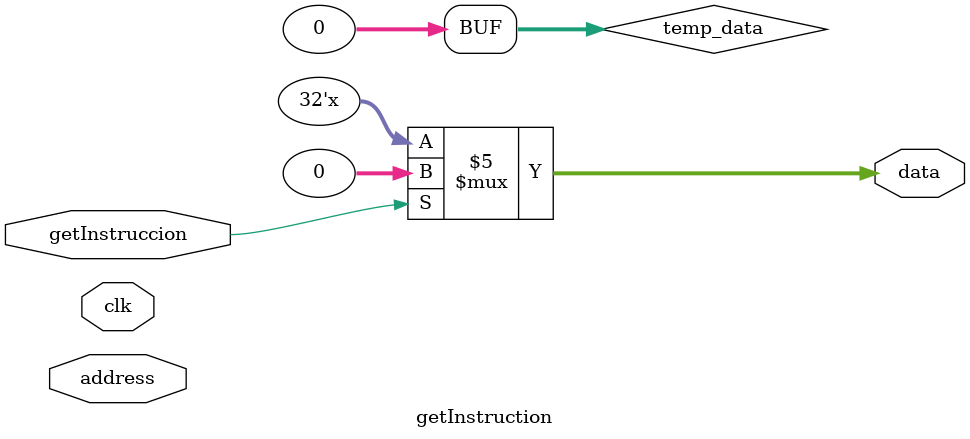
<source format=sv>
module getInstruction(
    input clk,
    input getInstruccion,
    input [7:0] address,
    output logic [31:0] data
);

	logic [31:0] temp_data = 0;
	
   instruction_memory ROM (
		.address(address),
      .clock(clk),
      .q(temp_data)
   );
	 

    always @* begin
        if (getInstruccion == 1) begin
            data = temp_data;
        end
    end

endmodule

</source>
